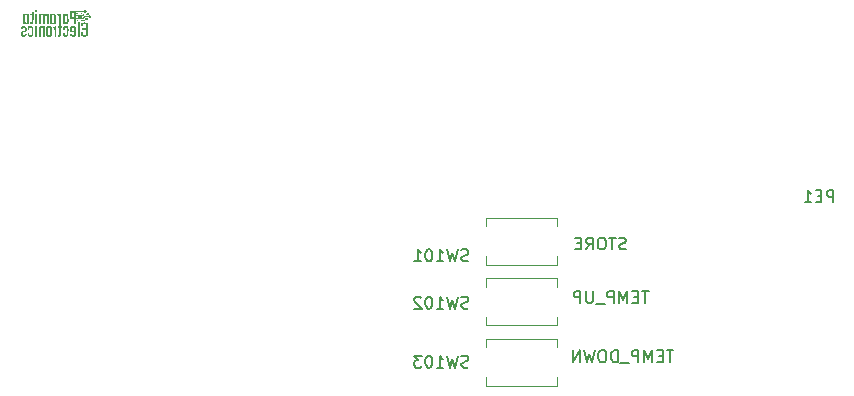
<source format=gbr>
%TF.GenerationSoftware,KiCad,Pcbnew,7.0.6-7.0.6~ubuntu22.04.1*%
%TF.CreationDate,2023-09-01T17:27:27+01:00*%
%TF.ProjectId,tec-controller,7465632d-636f-46e7-9472-6f6c6c65722e,rev?*%
%TF.SameCoordinates,Original*%
%TF.FileFunction,Legend,Bot*%
%TF.FilePolarity,Positive*%
%FSLAX46Y46*%
G04 Gerber Fmt 4.6, Leading zero omitted, Abs format (unit mm)*
G04 Created by KiCad (PCBNEW 7.0.6-7.0.6~ubuntu22.04.1) date 2023-09-01 17:27:27*
%MOMM*%
%LPD*%
G01*
G04 APERTURE LIST*
%ADD10C,0.150000*%
%ADD11C,0.120000*%
G04 APERTURE END LIST*
D10*
X189190475Y-99954819D02*
X189190475Y-98954819D01*
X189190475Y-98954819D02*
X188809523Y-98954819D01*
X188809523Y-98954819D02*
X188714285Y-99002438D01*
X188714285Y-99002438D02*
X188666666Y-99050057D01*
X188666666Y-99050057D02*
X188619047Y-99145295D01*
X188619047Y-99145295D02*
X188619047Y-99288152D01*
X188619047Y-99288152D02*
X188666666Y-99383390D01*
X188666666Y-99383390D02*
X188714285Y-99431009D01*
X188714285Y-99431009D02*
X188809523Y-99478628D01*
X188809523Y-99478628D02*
X189190475Y-99478628D01*
X188190475Y-99431009D02*
X187857142Y-99431009D01*
X187714285Y-99954819D02*
X188190475Y-99954819D01*
X188190475Y-99954819D02*
X188190475Y-98954819D01*
X188190475Y-98954819D02*
X187714285Y-98954819D01*
X186761904Y-99954819D02*
X187333332Y-99954819D01*
X187047618Y-99954819D02*
X187047618Y-98954819D01*
X187047618Y-98954819D02*
X187142856Y-99097676D01*
X187142856Y-99097676D02*
X187238094Y-99192914D01*
X187238094Y-99192914D02*
X187333332Y-99240533D01*
X158285713Y-113907200D02*
X158142856Y-113954819D01*
X158142856Y-113954819D02*
X157904761Y-113954819D01*
X157904761Y-113954819D02*
X157809523Y-113907200D01*
X157809523Y-113907200D02*
X157761904Y-113859580D01*
X157761904Y-113859580D02*
X157714285Y-113764342D01*
X157714285Y-113764342D02*
X157714285Y-113669104D01*
X157714285Y-113669104D02*
X157761904Y-113573866D01*
X157761904Y-113573866D02*
X157809523Y-113526247D01*
X157809523Y-113526247D02*
X157904761Y-113478628D01*
X157904761Y-113478628D02*
X158095237Y-113431009D01*
X158095237Y-113431009D02*
X158190475Y-113383390D01*
X158190475Y-113383390D02*
X158238094Y-113335771D01*
X158238094Y-113335771D02*
X158285713Y-113240533D01*
X158285713Y-113240533D02*
X158285713Y-113145295D01*
X158285713Y-113145295D02*
X158238094Y-113050057D01*
X158238094Y-113050057D02*
X158190475Y-113002438D01*
X158190475Y-113002438D02*
X158095237Y-112954819D01*
X158095237Y-112954819D02*
X157857142Y-112954819D01*
X157857142Y-112954819D02*
X157714285Y-113002438D01*
X157380951Y-112954819D02*
X157142856Y-113954819D01*
X157142856Y-113954819D02*
X156952380Y-113240533D01*
X156952380Y-113240533D02*
X156761904Y-113954819D01*
X156761904Y-113954819D02*
X156523809Y-112954819D01*
X155619047Y-113954819D02*
X156190475Y-113954819D01*
X155904761Y-113954819D02*
X155904761Y-112954819D01*
X155904761Y-112954819D02*
X155999999Y-113097676D01*
X155999999Y-113097676D02*
X156095237Y-113192914D01*
X156095237Y-113192914D02*
X156190475Y-113240533D01*
X154999999Y-112954819D02*
X154904761Y-112954819D01*
X154904761Y-112954819D02*
X154809523Y-113002438D01*
X154809523Y-113002438D02*
X154761904Y-113050057D01*
X154761904Y-113050057D02*
X154714285Y-113145295D01*
X154714285Y-113145295D02*
X154666666Y-113335771D01*
X154666666Y-113335771D02*
X154666666Y-113573866D01*
X154666666Y-113573866D02*
X154714285Y-113764342D01*
X154714285Y-113764342D02*
X154761904Y-113859580D01*
X154761904Y-113859580D02*
X154809523Y-113907200D01*
X154809523Y-113907200D02*
X154904761Y-113954819D01*
X154904761Y-113954819D02*
X154999999Y-113954819D01*
X154999999Y-113954819D02*
X155095237Y-113907200D01*
X155095237Y-113907200D02*
X155142856Y-113859580D01*
X155142856Y-113859580D02*
X155190475Y-113764342D01*
X155190475Y-113764342D02*
X155238094Y-113573866D01*
X155238094Y-113573866D02*
X155238094Y-113335771D01*
X155238094Y-113335771D02*
X155190475Y-113145295D01*
X155190475Y-113145295D02*
X155142856Y-113050057D01*
X155142856Y-113050057D02*
X155095237Y-113002438D01*
X155095237Y-113002438D02*
X154999999Y-112954819D01*
X154333332Y-112954819D02*
X153714285Y-112954819D01*
X153714285Y-112954819D02*
X154047618Y-113335771D01*
X154047618Y-113335771D02*
X153904761Y-113335771D01*
X153904761Y-113335771D02*
X153809523Y-113383390D01*
X153809523Y-113383390D02*
X153761904Y-113431009D01*
X153761904Y-113431009D02*
X153714285Y-113526247D01*
X153714285Y-113526247D02*
X153714285Y-113764342D01*
X153714285Y-113764342D02*
X153761904Y-113859580D01*
X153761904Y-113859580D02*
X153809523Y-113907200D01*
X153809523Y-113907200D02*
X153904761Y-113954819D01*
X153904761Y-113954819D02*
X154190475Y-113954819D01*
X154190475Y-113954819D02*
X154285713Y-113907200D01*
X154285713Y-113907200D02*
X154333332Y-113859580D01*
X175644523Y-112489819D02*
X175073095Y-112489819D01*
X175358809Y-113489819D02*
X175358809Y-112489819D01*
X174739761Y-112966009D02*
X174406428Y-112966009D01*
X174263571Y-113489819D02*
X174739761Y-113489819D01*
X174739761Y-113489819D02*
X174739761Y-112489819D01*
X174739761Y-112489819D02*
X174263571Y-112489819D01*
X173834999Y-113489819D02*
X173834999Y-112489819D01*
X173834999Y-112489819D02*
X173501666Y-113204104D01*
X173501666Y-113204104D02*
X173168333Y-112489819D01*
X173168333Y-112489819D02*
X173168333Y-113489819D01*
X172692142Y-113489819D02*
X172692142Y-112489819D01*
X172692142Y-112489819D02*
X172311190Y-112489819D01*
X172311190Y-112489819D02*
X172215952Y-112537438D01*
X172215952Y-112537438D02*
X172168333Y-112585057D01*
X172168333Y-112585057D02*
X172120714Y-112680295D01*
X172120714Y-112680295D02*
X172120714Y-112823152D01*
X172120714Y-112823152D02*
X172168333Y-112918390D01*
X172168333Y-112918390D02*
X172215952Y-112966009D01*
X172215952Y-112966009D02*
X172311190Y-113013628D01*
X172311190Y-113013628D02*
X172692142Y-113013628D01*
X171930238Y-113585057D02*
X171168333Y-113585057D01*
X170930237Y-113489819D02*
X170930237Y-112489819D01*
X170930237Y-112489819D02*
X170692142Y-112489819D01*
X170692142Y-112489819D02*
X170549285Y-112537438D01*
X170549285Y-112537438D02*
X170454047Y-112632676D01*
X170454047Y-112632676D02*
X170406428Y-112727914D01*
X170406428Y-112727914D02*
X170358809Y-112918390D01*
X170358809Y-112918390D02*
X170358809Y-113061247D01*
X170358809Y-113061247D02*
X170406428Y-113251723D01*
X170406428Y-113251723D02*
X170454047Y-113346961D01*
X170454047Y-113346961D02*
X170549285Y-113442200D01*
X170549285Y-113442200D02*
X170692142Y-113489819D01*
X170692142Y-113489819D02*
X170930237Y-113489819D01*
X169739761Y-112489819D02*
X169549285Y-112489819D01*
X169549285Y-112489819D02*
X169454047Y-112537438D01*
X169454047Y-112537438D02*
X169358809Y-112632676D01*
X169358809Y-112632676D02*
X169311190Y-112823152D01*
X169311190Y-112823152D02*
X169311190Y-113156485D01*
X169311190Y-113156485D02*
X169358809Y-113346961D01*
X169358809Y-113346961D02*
X169454047Y-113442200D01*
X169454047Y-113442200D02*
X169549285Y-113489819D01*
X169549285Y-113489819D02*
X169739761Y-113489819D01*
X169739761Y-113489819D02*
X169834999Y-113442200D01*
X169834999Y-113442200D02*
X169930237Y-113346961D01*
X169930237Y-113346961D02*
X169977856Y-113156485D01*
X169977856Y-113156485D02*
X169977856Y-112823152D01*
X169977856Y-112823152D02*
X169930237Y-112632676D01*
X169930237Y-112632676D02*
X169834999Y-112537438D01*
X169834999Y-112537438D02*
X169739761Y-112489819D01*
X168977856Y-112489819D02*
X168739761Y-113489819D01*
X168739761Y-113489819D02*
X168549285Y-112775533D01*
X168549285Y-112775533D02*
X168358809Y-113489819D01*
X168358809Y-113489819D02*
X168120714Y-112489819D01*
X167739761Y-113489819D02*
X167739761Y-112489819D01*
X167739761Y-112489819D02*
X167168333Y-113489819D01*
X167168333Y-113489819D02*
X167168333Y-112489819D01*
X158285713Y-108907200D02*
X158142856Y-108954819D01*
X158142856Y-108954819D02*
X157904761Y-108954819D01*
X157904761Y-108954819D02*
X157809523Y-108907200D01*
X157809523Y-108907200D02*
X157761904Y-108859580D01*
X157761904Y-108859580D02*
X157714285Y-108764342D01*
X157714285Y-108764342D02*
X157714285Y-108669104D01*
X157714285Y-108669104D02*
X157761904Y-108573866D01*
X157761904Y-108573866D02*
X157809523Y-108526247D01*
X157809523Y-108526247D02*
X157904761Y-108478628D01*
X157904761Y-108478628D02*
X158095237Y-108431009D01*
X158095237Y-108431009D02*
X158190475Y-108383390D01*
X158190475Y-108383390D02*
X158238094Y-108335771D01*
X158238094Y-108335771D02*
X158285713Y-108240533D01*
X158285713Y-108240533D02*
X158285713Y-108145295D01*
X158285713Y-108145295D02*
X158238094Y-108050057D01*
X158238094Y-108050057D02*
X158190475Y-108002438D01*
X158190475Y-108002438D02*
X158095237Y-107954819D01*
X158095237Y-107954819D02*
X157857142Y-107954819D01*
X157857142Y-107954819D02*
X157714285Y-108002438D01*
X157380951Y-107954819D02*
X157142856Y-108954819D01*
X157142856Y-108954819D02*
X156952380Y-108240533D01*
X156952380Y-108240533D02*
X156761904Y-108954819D01*
X156761904Y-108954819D02*
X156523809Y-107954819D01*
X155619047Y-108954819D02*
X156190475Y-108954819D01*
X155904761Y-108954819D02*
X155904761Y-107954819D01*
X155904761Y-107954819D02*
X155999999Y-108097676D01*
X155999999Y-108097676D02*
X156095237Y-108192914D01*
X156095237Y-108192914D02*
X156190475Y-108240533D01*
X154999999Y-107954819D02*
X154904761Y-107954819D01*
X154904761Y-107954819D02*
X154809523Y-108002438D01*
X154809523Y-108002438D02*
X154761904Y-108050057D01*
X154761904Y-108050057D02*
X154714285Y-108145295D01*
X154714285Y-108145295D02*
X154666666Y-108335771D01*
X154666666Y-108335771D02*
X154666666Y-108573866D01*
X154666666Y-108573866D02*
X154714285Y-108764342D01*
X154714285Y-108764342D02*
X154761904Y-108859580D01*
X154761904Y-108859580D02*
X154809523Y-108907200D01*
X154809523Y-108907200D02*
X154904761Y-108954819D01*
X154904761Y-108954819D02*
X154999999Y-108954819D01*
X154999999Y-108954819D02*
X155095237Y-108907200D01*
X155095237Y-108907200D02*
X155142856Y-108859580D01*
X155142856Y-108859580D02*
X155190475Y-108764342D01*
X155190475Y-108764342D02*
X155238094Y-108573866D01*
X155238094Y-108573866D02*
X155238094Y-108335771D01*
X155238094Y-108335771D02*
X155190475Y-108145295D01*
X155190475Y-108145295D02*
X155142856Y-108050057D01*
X155142856Y-108050057D02*
X155095237Y-108002438D01*
X155095237Y-108002438D02*
X154999999Y-107954819D01*
X154285713Y-108050057D02*
X154238094Y-108002438D01*
X154238094Y-108002438D02*
X154142856Y-107954819D01*
X154142856Y-107954819D02*
X153904761Y-107954819D01*
X153904761Y-107954819D02*
X153809523Y-108002438D01*
X153809523Y-108002438D02*
X153761904Y-108050057D01*
X153761904Y-108050057D02*
X153714285Y-108145295D01*
X153714285Y-108145295D02*
X153714285Y-108240533D01*
X153714285Y-108240533D02*
X153761904Y-108383390D01*
X153761904Y-108383390D02*
X154333332Y-108954819D01*
X154333332Y-108954819D02*
X153714285Y-108954819D01*
X173549285Y-107489819D02*
X172977857Y-107489819D01*
X173263571Y-108489819D02*
X173263571Y-107489819D01*
X172644523Y-107966009D02*
X172311190Y-107966009D01*
X172168333Y-108489819D02*
X172644523Y-108489819D01*
X172644523Y-108489819D02*
X172644523Y-107489819D01*
X172644523Y-107489819D02*
X172168333Y-107489819D01*
X171739761Y-108489819D02*
X171739761Y-107489819D01*
X171739761Y-107489819D02*
X171406428Y-108204104D01*
X171406428Y-108204104D02*
X171073095Y-107489819D01*
X171073095Y-107489819D02*
X171073095Y-108489819D01*
X170596904Y-108489819D02*
X170596904Y-107489819D01*
X170596904Y-107489819D02*
X170215952Y-107489819D01*
X170215952Y-107489819D02*
X170120714Y-107537438D01*
X170120714Y-107537438D02*
X170073095Y-107585057D01*
X170073095Y-107585057D02*
X170025476Y-107680295D01*
X170025476Y-107680295D02*
X170025476Y-107823152D01*
X170025476Y-107823152D02*
X170073095Y-107918390D01*
X170073095Y-107918390D02*
X170120714Y-107966009D01*
X170120714Y-107966009D02*
X170215952Y-108013628D01*
X170215952Y-108013628D02*
X170596904Y-108013628D01*
X169835000Y-108585057D02*
X169073095Y-108585057D01*
X168834999Y-107489819D02*
X168834999Y-108299342D01*
X168834999Y-108299342D02*
X168787380Y-108394580D01*
X168787380Y-108394580D02*
X168739761Y-108442200D01*
X168739761Y-108442200D02*
X168644523Y-108489819D01*
X168644523Y-108489819D02*
X168454047Y-108489819D01*
X168454047Y-108489819D02*
X168358809Y-108442200D01*
X168358809Y-108442200D02*
X168311190Y-108394580D01*
X168311190Y-108394580D02*
X168263571Y-108299342D01*
X168263571Y-108299342D02*
X168263571Y-107489819D01*
X167787380Y-108489819D02*
X167787380Y-107489819D01*
X167787380Y-107489819D02*
X167406428Y-107489819D01*
X167406428Y-107489819D02*
X167311190Y-107537438D01*
X167311190Y-107537438D02*
X167263571Y-107585057D01*
X167263571Y-107585057D02*
X167215952Y-107680295D01*
X167215952Y-107680295D02*
X167215952Y-107823152D01*
X167215952Y-107823152D02*
X167263571Y-107918390D01*
X167263571Y-107918390D02*
X167311190Y-107966009D01*
X167311190Y-107966009D02*
X167406428Y-108013628D01*
X167406428Y-108013628D02*
X167787380Y-108013628D01*
X158285713Y-104907200D02*
X158142856Y-104954819D01*
X158142856Y-104954819D02*
X157904761Y-104954819D01*
X157904761Y-104954819D02*
X157809523Y-104907200D01*
X157809523Y-104907200D02*
X157761904Y-104859580D01*
X157761904Y-104859580D02*
X157714285Y-104764342D01*
X157714285Y-104764342D02*
X157714285Y-104669104D01*
X157714285Y-104669104D02*
X157761904Y-104573866D01*
X157761904Y-104573866D02*
X157809523Y-104526247D01*
X157809523Y-104526247D02*
X157904761Y-104478628D01*
X157904761Y-104478628D02*
X158095237Y-104431009D01*
X158095237Y-104431009D02*
X158190475Y-104383390D01*
X158190475Y-104383390D02*
X158238094Y-104335771D01*
X158238094Y-104335771D02*
X158285713Y-104240533D01*
X158285713Y-104240533D02*
X158285713Y-104145295D01*
X158285713Y-104145295D02*
X158238094Y-104050057D01*
X158238094Y-104050057D02*
X158190475Y-104002438D01*
X158190475Y-104002438D02*
X158095237Y-103954819D01*
X158095237Y-103954819D02*
X157857142Y-103954819D01*
X157857142Y-103954819D02*
X157714285Y-104002438D01*
X157380951Y-103954819D02*
X157142856Y-104954819D01*
X157142856Y-104954819D02*
X156952380Y-104240533D01*
X156952380Y-104240533D02*
X156761904Y-104954819D01*
X156761904Y-104954819D02*
X156523809Y-103954819D01*
X155619047Y-104954819D02*
X156190475Y-104954819D01*
X155904761Y-104954819D02*
X155904761Y-103954819D01*
X155904761Y-103954819D02*
X155999999Y-104097676D01*
X155999999Y-104097676D02*
X156095237Y-104192914D01*
X156095237Y-104192914D02*
X156190475Y-104240533D01*
X154999999Y-103954819D02*
X154904761Y-103954819D01*
X154904761Y-103954819D02*
X154809523Y-104002438D01*
X154809523Y-104002438D02*
X154761904Y-104050057D01*
X154761904Y-104050057D02*
X154714285Y-104145295D01*
X154714285Y-104145295D02*
X154666666Y-104335771D01*
X154666666Y-104335771D02*
X154666666Y-104573866D01*
X154666666Y-104573866D02*
X154714285Y-104764342D01*
X154714285Y-104764342D02*
X154761904Y-104859580D01*
X154761904Y-104859580D02*
X154809523Y-104907200D01*
X154809523Y-104907200D02*
X154904761Y-104954819D01*
X154904761Y-104954819D02*
X154999999Y-104954819D01*
X154999999Y-104954819D02*
X155095237Y-104907200D01*
X155095237Y-104907200D02*
X155142856Y-104859580D01*
X155142856Y-104859580D02*
X155190475Y-104764342D01*
X155190475Y-104764342D02*
X155238094Y-104573866D01*
X155238094Y-104573866D02*
X155238094Y-104335771D01*
X155238094Y-104335771D02*
X155190475Y-104145295D01*
X155190475Y-104145295D02*
X155142856Y-104050057D01*
X155142856Y-104050057D02*
X155095237Y-104002438D01*
X155095237Y-104002438D02*
X154999999Y-103954819D01*
X153714285Y-104954819D02*
X154285713Y-104954819D01*
X153999999Y-104954819D02*
X153999999Y-103954819D01*
X153999999Y-103954819D02*
X154095237Y-104097676D01*
X154095237Y-104097676D02*
X154190475Y-104192914D01*
X154190475Y-104192914D02*
X154285713Y-104240533D01*
X171642856Y-103907200D02*
X171499999Y-103954819D01*
X171499999Y-103954819D02*
X171261904Y-103954819D01*
X171261904Y-103954819D02*
X171166666Y-103907200D01*
X171166666Y-103907200D02*
X171119047Y-103859580D01*
X171119047Y-103859580D02*
X171071428Y-103764342D01*
X171071428Y-103764342D02*
X171071428Y-103669104D01*
X171071428Y-103669104D02*
X171119047Y-103573866D01*
X171119047Y-103573866D02*
X171166666Y-103526247D01*
X171166666Y-103526247D02*
X171261904Y-103478628D01*
X171261904Y-103478628D02*
X171452380Y-103431009D01*
X171452380Y-103431009D02*
X171547618Y-103383390D01*
X171547618Y-103383390D02*
X171595237Y-103335771D01*
X171595237Y-103335771D02*
X171642856Y-103240533D01*
X171642856Y-103240533D02*
X171642856Y-103145295D01*
X171642856Y-103145295D02*
X171595237Y-103050057D01*
X171595237Y-103050057D02*
X171547618Y-103002438D01*
X171547618Y-103002438D02*
X171452380Y-102954819D01*
X171452380Y-102954819D02*
X171214285Y-102954819D01*
X171214285Y-102954819D02*
X171071428Y-103002438D01*
X170785713Y-102954819D02*
X170214285Y-102954819D01*
X170499999Y-103954819D02*
X170499999Y-102954819D01*
X169690475Y-102954819D02*
X169499999Y-102954819D01*
X169499999Y-102954819D02*
X169404761Y-103002438D01*
X169404761Y-103002438D02*
X169309523Y-103097676D01*
X169309523Y-103097676D02*
X169261904Y-103288152D01*
X169261904Y-103288152D02*
X169261904Y-103621485D01*
X169261904Y-103621485D02*
X169309523Y-103811961D01*
X169309523Y-103811961D02*
X169404761Y-103907200D01*
X169404761Y-103907200D02*
X169499999Y-103954819D01*
X169499999Y-103954819D02*
X169690475Y-103954819D01*
X169690475Y-103954819D02*
X169785713Y-103907200D01*
X169785713Y-103907200D02*
X169880951Y-103811961D01*
X169880951Y-103811961D02*
X169928570Y-103621485D01*
X169928570Y-103621485D02*
X169928570Y-103288152D01*
X169928570Y-103288152D02*
X169880951Y-103097676D01*
X169880951Y-103097676D02*
X169785713Y-103002438D01*
X169785713Y-103002438D02*
X169690475Y-102954819D01*
X168261904Y-103954819D02*
X168595237Y-103478628D01*
X168833332Y-103954819D02*
X168833332Y-102954819D01*
X168833332Y-102954819D02*
X168452380Y-102954819D01*
X168452380Y-102954819D02*
X168357142Y-103002438D01*
X168357142Y-103002438D02*
X168309523Y-103050057D01*
X168309523Y-103050057D02*
X168261904Y-103145295D01*
X168261904Y-103145295D02*
X168261904Y-103288152D01*
X168261904Y-103288152D02*
X168309523Y-103383390D01*
X168309523Y-103383390D02*
X168357142Y-103431009D01*
X168357142Y-103431009D02*
X168452380Y-103478628D01*
X168452380Y-103478628D02*
X168833332Y-103478628D01*
X167833332Y-103431009D02*
X167499999Y-103431009D01*
X167357142Y-103954819D02*
X167833332Y-103954819D01*
X167833332Y-103954819D02*
X167833332Y-102954819D01*
X167833332Y-102954819D02*
X167357142Y-102954819D01*
D11*
%TO.C,SW103*%
X165825596Y-115500000D02*
X165825596Y-114770000D01*
X165825596Y-112230000D02*
X165825596Y-111500000D01*
X165825596Y-111500000D02*
X159825596Y-111500000D01*
X159825596Y-115500000D02*
X165825596Y-115500000D01*
X159825596Y-114770000D02*
X159825596Y-115500000D01*
X159825596Y-111500000D02*
X159825596Y-112230000D01*
%TO.C,SW102*%
X165825596Y-110380000D02*
X165825596Y-109650000D01*
X165825596Y-107110000D02*
X165825596Y-106380000D01*
X165825596Y-106380000D02*
X159825596Y-106380000D01*
X159825596Y-110380000D02*
X165825596Y-110380000D01*
X159825596Y-109650000D02*
X159825596Y-110380000D01*
X159825596Y-106380000D02*
X159825596Y-107110000D01*
%TO.C,G2*%
G36*
X125379114Y-85925057D02*
G01*
X125214873Y-85925057D01*
X125214873Y-84734303D01*
X125379114Y-84734303D01*
X125379114Y-85925057D01*
G37*
G36*
X121782218Y-85925057D02*
G01*
X121617976Y-85925057D01*
X121617976Y-85054575D01*
X121782218Y-85054575D01*
X121782218Y-85925057D01*
G37*
G36*
X121782218Y-84874504D02*
G01*
X121702150Y-84872153D01*
X121622082Y-84869803D01*
X121619957Y-84436615D01*
X121617831Y-84003427D01*
X121782218Y-84003427D01*
X121782218Y-84874504D01*
G37*
G36*
X121702150Y-83676709D02*
G01*
X121786324Y-83679050D01*
X121788732Y-83748166D01*
X121789050Y-83758863D01*
X121789340Y-83790683D01*
X121788601Y-83815348D01*
X121786936Y-83828234D01*
X121782488Y-83832549D01*
X121767850Y-83836420D01*
X121741201Y-83838540D01*
X121700355Y-83839185D01*
X121617976Y-83839185D01*
X121617976Y-83674370D01*
X121702150Y-83676709D01*
G37*
G36*
X123162522Y-85062112D02*
G01*
X123204150Y-85082925D01*
X123236596Y-85114518D01*
X123260395Y-85147372D01*
X123260395Y-85054575D01*
X123424637Y-85054575D01*
X123424637Y-85925057D01*
X123260395Y-85925057D01*
X123259931Y-85606838D01*
X123259745Y-85541787D01*
X123259151Y-85459922D01*
X123258155Y-85393129D01*
X123256732Y-85340606D01*
X123254859Y-85301551D01*
X123252511Y-85275165D01*
X123249666Y-85260646D01*
X123241559Y-85242682D01*
X123219661Y-85218006D01*
X123186879Y-85202728D01*
X123141231Y-85195660D01*
X123087941Y-85192267D01*
X123087941Y-85054575D01*
X123116711Y-85054575D01*
X123162522Y-85062112D01*
G37*
G36*
X121478371Y-84003427D02*
G01*
X121560492Y-84003427D01*
X121560492Y-84134821D01*
X121478371Y-84134821D01*
X121478325Y-84436615D01*
X121478302Y-84461019D01*
X121477908Y-84542734D01*
X121477051Y-84613905D01*
X121475762Y-84673357D01*
X121474071Y-84719914D01*
X121472008Y-84752401D01*
X121469606Y-84769642D01*
X121469541Y-84769876D01*
X121449954Y-84811419D01*
X121418061Y-84842645D01*
X121375444Y-84862004D01*
X121372241Y-84862820D01*
X121342024Y-84867777D01*
X121303787Y-84870863D01*
X121264856Y-84871451D01*
X121195054Y-84869803D01*
X121192669Y-84802053D01*
X121190283Y-84734303D01*
X121239302Y-84734303D01*
X121245198Y-84734333D01*
X121263275Y-84734470D01*
X121277890Y-84733495D01*
X121289409Y-84729875D01*
X121298198Y-84722081D01*
X121304626Y-84708581D01*
X121309058Y-84687843D01*
X121311862Y-84658338D01*
X121313404Y-84618533D01*
X121314051Y-84566899D01*
X121314171Y-84501904D01*
X121314129Y-84422017D01*
X121314129Y-84135540D01*
X121254591Y-84133127D01*
X121195054Y-84130715D01*
X121192655Y-84067071D01*
X121190257Y-84003427D01*
X121314129Y-84003427D01*
X121314129Y-83855610D01*
X121478371Y-83855610D01*
X121478371Y-84003427D01*
G37*
G36*
X122430974Y-85925057D02*
G01*
X122266732Y-85925057D01*
X122266732Y-85211536D01*
X122248480Y-85198752D01*
X122244796Y-85196510D01*
X122218248Y-85188673D01*
X122178677Y-85185968D01*
X122165396Y-85185821D01*
X122147972Y-85185661D01*
X122133641Y-85186796D01*
X122122103Y-85190601D01*
X122113055Y-85198452D01*
X122106198Y-85211725D01*
X122101231Y-85231793D01*
X122097854Y-85260033D01*
X122095764Y-85297820D01*
X122094663Y-85346528D01*
X122094248Y-85407533D01*
X122094220Y-85482211D01*
X122094278Y-85571937D01*
X122094278Y-85925057D01*
X121938248Y-85925057D01*
X121938248Y-85542382D01*
X121938249Y-85482462D01*
X121938332Y-85397963D01*
X121938675Y-85327559D01*
X121939460Y-85269808D01*
X121940870Y-85223270D01*
X121943087Y-85186506D01*
X121946293Y-85158075D01*
X121950669Y-85136537D01*
X121956398Y-85120453D01*
X121963662Y-85108381D01*
X121972643Y-85098883D01*
X121983524Y-85090517D01*
X121996486Y-85081844D01*
X122003058Y-85077717D01*
X122025694Y-85067281D01*
X122053760Y-85060796D01*
X122092734Y-85056837D01*
X122102781Y-85056197D01*
X122151809Y-85055173D01*
X122189025Y-85059103D01*
X122217886Y-85068623D01*
X122241854Y-85084374D01*
X122266732Y-85105307D01*
X122266732Y-85054575D01*
X122430974Y-85054575D01*
X122430974Y-85925057D01*
G37*
G36*
X123502804Y-84003435D02*
G01*
X123548773Y-84010696D01*
X123587181Y-84032113D01*
X123619478Y-84068481D01*
X123638151Y-84096189D01*
X123638151Y-84003427D01*
X123802393Y-84003427D01*
X123802393Y-85053675D01*
X123841400Y-85056178D01*
X123880408Y-85058681D01*
X123882806Y-85122325D01*
X123885205Y-85185968D01*
X123802393Y-85185968D01*
X123802197Y-85483657D01*
X123801986Y-85547341D01*
X123801398Y-85613531D01*
X123800482Y-85673791D01*
X123799289Y-85726022D01*
X123797867Y-85768127D01*
X123796264Y-85798005D01*
X123794530Y-85813558D01*
X123782551Y-85847935D01*
X123757986Y-85880863D01*
X123720104Y-85906579D01*
X123712118Y-85910482D01*
X123692540Y-85917910D01*
X123670287Y-85922347D01*
X123640784Y-85924496D01*
X123599457Y-85925057D01*
X123514970Y-85925057D01*
X123514970Y-85785451D01*
X123568059Y-85785451D01*
X123585262Y-85785256D01*
X123608696Y-85783332D01*
X123622095Y-85778463D01*
X123629650Y-85769567D01*
X123629741Y-85769388D01*
X123632216Y-85755763D01*
X123634292Y-85726547D01*
X123635946Y-85682543D01*
X123637156Y-85624553D01*
X123637898Y-85553380D01*
X123638151Y-85469825D01*
X123638151Y-85185968D01*
X123514970Y-85185968D01*
X123514970Y-85054575D01*
X123638151Y-85054575D01*
X123638105Y-84650129D01*
X123638047Y-84597829D01*
X123637688Y-84509924D01*
X123637023Y-84431120D01*
X123636075Y-84362638D01*
X123634865Y-84305698D01*
X123633419Y-84261520D01*
X123631758Y-84231324D01*
X123629906Y-84216332D01*
X123617342Y-84185846D01*
X123596284Y-84163313D01*
X123564860Y-84149617D01*
X123520496Y-84143033D01*
X123461591Y-84138927D01*
X123456821Y-84003427D01*
X123501105Y-84003427D01*
X123502804Y-84003435D01*
G37*
G36*
X125590111Y-84265897D02*
G01*
X125586156Y-84297805D01*
X125570050Y-84324813D01*
X125543356Y-84342509D01*
X125539249Y-84343490D01*
X125519003Y-84345462D01*
X125487240Y-84346787D01*
X125447449Y-84347491D01*
X125403121Y-84347602D01*
X125357743Y-84347146D01*
X125314807Y-84346148D01*
X125277801Y-84344636D01*
X125250216Y-84342637D01*
X125235540Y-84340175D01*
X125222600Y-84332593D01*
X125205030Y-84310062D01*
X125196215Y-84280629D01*
X125197071Y-84268755D01*
X125257762Y-84268755D01*
X125262666Y-84286778D01*
X125265032Y-84291781D01*
X125269594Y-84298304D01*
X125277144Y-84302678D01*
X125290369Y-84305333D01*
X125311956Y-84306698D01*
X125344593Y-84307202D01*
X125390968Y-84307275D01*
X125391339Y-84307275D01*
X125438011Y-84307108D01*
X125470940Y-84306392D01*
X125492785Y-84304793D01*
X125506208Y-84301981D01*
X125513870Y-84297624D01*
X125518431Y-84291390D01*
X125524266Y-84278768D01*
X125525307Y-84262056D01*
X125514027Y-84246270D01*
X125506923Y-84241418D01*
X125493387Y-84237466D01*
X125471542Y-84234998D01*
X125438686Y-84233726D01*
X125392119Y-84233366D01*
X125361987Y-84233442D01*
X125326048Y-84234047D01*
X125301673Y-84235593D01*
X125285892Y-84238475D01*
X125275732Y-84243087D01*
X125268221Y-84249823D01*
X125264749Y-84253850D01*
X125257762Y-84268755D01*
X125197071Y-84268755D01*
X125198435Y-84249838D01*
X125201831Y-84238906D01*
X125208040Y-84225462D01*
X125217388Y-84215635D01*
X125232090Y-84208855D01*
X125254359Y-84204549D01*
X125286409Y-84202149D01*
X125330454Y-84201082D01*
X125388708Y-84200779D01*
X125436639Y-84200948D01*
X125480977Y-84201597D01*
X125517432Y-84202648D01*
X125543157Y-84204016D01*
X125555307Y-84205619D01*
X125555805Y-84205823D01*
X125568755Y-84216824D01*
X125581341Y-84235359D01*
X125589008Y-84262056D01*
X125590111Y-84265897D01*
G37*
G36*
X123371368Y-84730399D02*
G01*
X123369230Y-84757327D01*
X123366481Y-84773425D01*
X123359477Y-84791459D01*
X123337961Y-84823047D01*
X123309423Y-84848262D01*
X123278721Y-84862190D01*
X123261730Y-84866171D01*
X123248077Y-84869873D01*
X123246746Y-84870272D01*
X123226878Y-84872744D01*
X123197302Y-84873242D01*
X123163937Y-84871977D01*
X123132702Y-84869155D01*
X123109516Y-84864987D01*
X123106091Y-84863950D01*
X123079544Y-84851511D01*
X123058191Y-84835091D01*
X123038668Y-84814026D01*
X123038668Y-84874504D01*
X122958600Y-84872153D01*
X122878533Y-84869803D01*
X122876423Y-84439975D01*
X123038789Y-84439975D01*
X123038812Y-84512511D01*
X123039022Y-84570435D01*
X123039517Y-84615554D01*
X123040395Y-84649674D01*
X123041756Y-84674604D01*
X123043698Y-84692150D01*
X123046320Y-84704120D01*
X123049719Y-84712322D01*
X123053995Y-84718563D01*
X123058201Y-84723312D01*
X123071239Y-84732395D01*
X123090769Y-84737411D01*
X123121745Y-84739920D01*
X123147143Y-84740171D01*
X123174768Y-84738289D01*
X123192645Y-84734485D01*
X123211122Y-84726621D01*
X123211122Y-84439938D01*
X123211119Y-84422958D01*
X123210975Y-84347606D01*
X123210578Y-84286850D01*
X123209870Y-84239171D01*
X123208792Y-84203047D01*
X123207283Y-84176957D01*
X123205284Y-84159380D01*
X123202737Y-84148794D01*
X123199583Y-84143679D01*
X123188621Y-84139406D01*
X123162114Y-84136462D01*
X123123835Y-84136514D01*
X123108753Y-84137134D01*
X123081627Y-84139090D01*
X123065324Y-84142646D01*
X123055864Y-84149027D01*
X123049269Y-84159457D01*
X123047235Y-84165316D01*
X123044486Y-84181883D01*
X123042339Y-84208397D01*
X123040744Y-84246152D01*
X123039653Y-84296442D01*
X123039018Y-84360564D01*
X123038789Y-84439811D01*
X123038789Y-84439975D01*
X122876423Y-84439975D01*
X122874281Y-84003427D01*
X123038668Y-84003427D01*
X123038668Y-84033997D01*
X123038683Y-84041485D01*
X123039516Y-84056331D01*
X123043107Y-84057278D01*
X123051485Y-84046268D01*
X123057046Y-84038992D01*
X123076510Y-84021986D01*
X123102842Y-84011033D01*
X123139126Y-84005168D01*
X123188444Y-84003427D01*
X123199501Y-84003523D01*
X123255641Y-84008090D01*
X123298937Y-84020042D01*
X123331302Y-84040135D01*
X123354646Y-84069124D01*
X123355683Y-84070944D01*
X123359717Y-84079055D01*
X123363014Y-84088653D01*
X123365665Y-84101398D01*
X123367760Y-84118950D01*
X123369389Y-84142968D01*
X123370645Y-84175112D01*
X123371617Y-84217041D01*
X123372396Y-84270415D01*
X123373073Y-84336894D01*
X123373739Y-84418138D01*
X123374210Y-84495184D01*
X123374317Y-84575033D01*
X123373892Y-84640212D01*
X123372915Y-84691681D01*
X123371519Y-84726621D01*
X123371368Y-84730399D01*
G37*
G36*
X121104830Y-84730399D02*
G01*
X121102692Y-84757327D01*
X121099944Y-84773425D01*
X121092940Y-84791459D01*
X121071424Y-84823047D01*
X121042886Y-84848262D01*
X121012184Y-84862190D01*
X120995193Y-84866171D01*
X120981539Y-84869873D01*
X120980208Y-84870272D01*
X120960341Y-84872744D01*
X120930765Y-84873242D01*
X120897400Y-84871977D01*
X120866165Y-84869155D01*
X120842979Y-84864987D01*
X120839554Y-84863950D01*
X120813007Y-84851511D01*
X120791653Y-84835091D01*
X120772131Y-84814026D01*
X120772131Y-84874504D01*
X120692063Y-84872153D01*
X120611995Y-84869803D01*
X120609886Y-84439975D01*
X120772252Y-84439975D01*
X120772275Y-84512511D01*
X120772485Y-84570435D01*
X120772980Y-84615554D01*
X120773858Y-84649674D01*
X120775219Y-84674604D01*
X120777161Y-84692150D01*
X120779782Y-84704120D01*
X120783182Y-84712322D01*
X120787458Y-84718563D01*
X120791664Y-84723312D01*
X120804701Y-84732395D01*
X120824232Y-84737411D01*
X120855208Y-84739920D01*
X120880605Y-84740171D01*
X120908231Y-84738289D01*
X120926108Y-84734485D01*
X120944585Y-84726621D01*
X120944585Y-84439938D01*
X120944581Y-84422958D01*
X120944437Y-84347606D01*
X120944041Y-84286850D01*
X120943333Y-84239171D01*
X120942254Y-84203047D01*
X120940745Y-84176957D01*
X120938747Y-84159380D01*
X120936200Y-84148794D01*
X120933045Y-84143679D01*
X120922084Y-84139406D01*
X120895577Y-84136462D01*
X120857298Y-84136514D01*
X120842215Y-84137134D01*
X120815090Y-84139090D01*
X120798787Y-84142646D01*
X120789327Y-84149027D01*
X120782731Y-84159457D01*
X120780697Y-84165316D01*
X120777949Y-84181883D01*
X120775802Y-84208397D01*
X120774207Y-84246152D01*
X120773116Y-84296442D01*
X120772480Y-84360564D01*
X120772252Y-84439811D01*
X120772252Y-84439975D01*
X120609886Y-84439975D01*
X120609870Y-84436615D01*
X120607744Y-84003427D01*
X120772131Y-84003427D01*
X120772131Y-84033997D01*
X120772146Y-84041485D01*
X120772978Y-84056331D01*
X120776570Y-84057278D01*
X120784948Y-84046268D01*
X120790509Y-84038992D01*
X120809972Y-84021986D01*
X120836304Y-84011033D01*
X120872588Y-84005168D01*
X120921907Y-84003427D01*
X120932964Y-84003523D01*
X120989104Y-84008090D01*
X121032400Y-84020042D01*
X121064764Y-84040135D01*
X121088109Y-84069124D01*
X121089145Y-84070944D01*
X121093180Y-84079055D01*
X121096477Y-84088653D01*
X121099128Y-84101398D01*
X121101222Y-84118950D01*
X121102852Y-84142968D01*
X121104107Y-84175112D01*
X121105079Y-84217041D01*
X121105858Y-84270415D01*
X121106536Y-84336894D01*
X121107202Y-84418138D01*
X121107672Y-84495184D01*
X121107779Y-84575033D01*
X121107354Y-84640212D01*
X121106378Y-84691681D01*
X121104981Y-84726621D01*
X121104830Y-84730399D01*
G37*
G36*
X121233499Y-85058683D02*
G01*
X121290843Y-85059077D01*
X121334586Y-85060533D01*
X121367326Y-85063585D01*
X121391657Y-85068768D01*
X121410177Y-85076619D01*
X121425480Y-85087672D01*
X121440164Y-85102463D01*
X121444158Y-85107003D01*
X121452662Y-85118242D01*
X121459600Y-85131105D01*
X121465131Y-85147237D01*
X121469417Y-85168282D01*
X121472619Y-85195885D01*
X121474895Y-85231690D01*
X121476407Y-85277341D01*
X121477316Y-85334483D01*
X121477782Y-85404760D01*
X121477965Y-85489816D01*
X121477954Y-85529062D01*
X121477591Y-85607760D01*
X121476788Y-85676699D01*
X121475578Y-85734549D01*
X121473992Y-85779974D01*
X121472062Y-85811644D01*
X121469821Y-85828225D01*
X121465906Y-85839430D01*
X121445812Y-85872251D01*
X121417260Y-85899580D01*
X121385449Y-85916008D01*
X121376586Y-85917660D01*
X121351123Y-85920109D01*
X121314823Y-85922152D01*
X121271129Y-85923613D01*
X121223483Y-85924316D01*
X121200876Y-85924418D01*
X121155662Y-85924327D01*
X121122610Y-85923499D01*
X121098696Y-85921623D01*
X121080891Y-85918385D01*
X121066171Y-85913475D01*
X121051510Y-85906579D01*
X121031247Y-85895397D01*
X121009726Y-85879191D01*
X120995208Y-85859590D01*
X120986204Y-85833345D01*
X120981225Y-85797206D01*
X120978780Y-85747925D01*
X120976020Y-85654058D01*
X121133463Y-85654058D01*
X121133463Y-85707976D01*
X121133593Y-85727685D01*
X121135759Y-85758806D01*
X121142858Y-85778201D01*
X121157758Y-85788633D01*
X121183330Y-85792866D01*
X121222443Y-85793663D01*
X121262242Y-85792483D01*
X121290307Y-85789108D01*
X121304275Y-85783809D01*
X121304316Y-85783765D01*
X121306774Y-85773076D01*
X121308903Y-85748331D01*
X121310695Y-85711858D01*
X121312142Y-85665984D01*
X121313239Y-85613038D01*
X121313976Y-85555348D01*
X121314348Y-85495241D01*
X121314346Y-85435047D01*
X121313964Y-85377092D01*
X121313194Y-85323704D01*
X121312029Y-85277213D01*
X121310462Y-85239945D01*
X121308485Y-85214229D01*
X121306091Y-85202393D01*
X121300774Y-85197498D01*
X121286684Y-85193086D01*
X121261987Y-85190755D01*
X121223796Y-85190074D01*
X121193957Y-85190442D01*
X121166089Y-85192310D01*
X121149566Y-85196150D01*
X121141501Y-85202393D01*
X121141265Y-85202793D01*
X121137434Y-85217539D01*
X121134681Y-85243119D01*
X121133589Y-85274248D01*
X121133463Y-85333786D01*
X120977433Y-85333786D01*
X120977568Y-85245506D01*
X120977578Y-85242288D01*
X120979819Y-85188409D01*
X120986753Y-85147629D01*
X120999533Y-85117143D01*
X121019310Y-85094146D01*
X121047236Y-85075831D01*
X121054391Y-85072273D01*
X121067801Y-85067018D01*
X121083698Y-85063311D01*
X121104870Y-85060888D01*
X121134103Y-85059486D01*
X121174185Y-85058838D01*
X121227902Y-85058681D01*
X121233499Y-85058683D01*
G37*
G36*
X124230532Y-85055800D02*
G01*
X124281132Y-85057962D01*
X124327240Y-85062761D01*
X124361957Y-85070921D01*
X124387955Y-85083396D01*
X124407902Y-85101139D01*
X124424468Y-85125104D01*
X124425282Y-85126519D01*
X124429669Y-85134548D01*
X124433251Y-85142932D01*
X124436098Y-85153278D01*
X124438282Y-85167192D01*
X124439872Y-85186281D01*
X124440938Y-85212153D01*
X124441552Y-85246414D01*
X124441784Y-85290671D01*
X124441704Y-85346531D01*
X124441384Y-85415601D01*
X124440892Y-85499488D01*
X124440781Y-85518276D01*
X124440289Y-85602738D01*
X124439699Y-85672619D01*
X124438740Y-85729453D01*
X124437139Y-85774774D01*
X124434625Y-85810116D01*
X124430923Y-85837014D01*
X124425763Y-85857003D01*
X124418872Y-85871615D01*
X124409977Y-85882386D01*
X124398806Y-85890850D01*
X124385087Y-85898541D01*
X124368546Y-85906994D01*
X124355435Y-85913406D01*
X124342019Y-85918362D01*
X124326329Y-85921666D01*
X124305538Y-85923572D01*
X124276814Y-85924331D01*
X124237330Y-85924196D01*
X124184255Y-85923418D01*
X124163930Y-85923061D01*
X124114988Y-85921912D01*
X124078872Y-85920372D01*
X124052909Y-85918153D01*
X124034423Y-85914964D01*
X124020739Y-85910518D01*
X124009181Y-85904526D01*
X123984390Y-85886418D01*
X123966041Y-85863882D01*
X123953908Y-85834430D01*
X123946724Y-85794951D01*
X123943226Y-85742338D01*
X123940182Y-85654058D01*
X124106240Y-85654058D01*
X124106240Y-85714006D01*
X124107274Y-85743888D01*
X124110729Y-85770122D01*
X124116095Y-85783809D01*
X124119856Y-85786021D01*
X124138189Y-85790130D01*
X124165828Y-85792647D01*
X124197825Y-85793513D01*
X124229231Y-85792670D01*
X124255099Y-85790060D01*
X124270482Y-85785625D01*
X124272546Y-85783688D01*
X124275494Y-85777242D01*
X124277832Y-85765437D01*
X124279628Y-85746693D01*
X124280948Y-85719429D01*
X124281858Y-85682065D01*
X124282426Y-85633019D01*
X124282718Y-85570710D01*
X124282800Y-85493559D01*
X124282819Y-85461591D01*
X124282906Y-85388117D01*
X124282688Y-85328941D01*
X124281713Y-85282526D01*
X124279530Y-85247332D01*
X124275687Y-85221822D01*
X124269732Y-85204457D01*
X124261213Y-85193699D01*
X124249679Y-85188009D01*
X124234678Y-85185850D01*
X124215758Y-85185682D01*
X124192467Y-85185968D01*
X124185513Y-85185986D01*
X124149597Y-85187583D01*
X124126556Y-85193770D01*
X124113366Y-85207370D01*
X124107004Y-85231203D01*
X124104446Y-85268089D01*
X124102134Y-85329680D01*
X124022066Y-85332030D01*
X123941998Y-85334381D01*
X123941998Y-85253703D01*
X123942018Y-85244774D01*
X123942952Y-85206542D01*
X123945833Y-85178958D01*
X123951421Y-85157201D01*
X123960476Y-85136449D01*
X123963531Y-85130589D01*
X123980056Y-85105239D01*
X124000297Y-85085820D01*
X124026349Y-85071707D01*
X124060304Y-85062273D01*
X124104257Y-85056894D01*
X124160302Y-85054945D01*
X124230532Y-85055800D01*
G37*
G36*
X124441913Y-84554547D02*
G01*
X124442082Y-84615376D01*
X124441943Y-84664003D01*
X124441434Y-84702046D01*
X124440496Y-84731121D01*
X124439068Y-84752844D01*
X124437089Y-84768834D01*
X124434499Y-84780705D01*
X124431239Y-84790075D01*
X124427246Y-84798561D01*
X124412559Y-84821894D01*
X124383754Y-84847499D01*
X124343409Y-84864444D01*
X124329974Y-84867495D01*
X124293228Y-84871709D01*
X124251097Y-84872832D01*
X124210742Y-84870814D01*
X124179327Y-84865605D01*
X124177304Y-84865014D01*
X124152861Y-84854155D01*
X124134161Y-84840108D01*
X124118558Y-84822824D01*
X124114389Y-84846313D01*
X124110219Y-84869803D01*
X124030215Y-84872153D01*
X123950211Y-84874504D01*
X123950211Y-84438249D01*
X124114452Y-84438249D01*
X124114494Y-84498189D01*
X124114713Y-84562398D01*
X124115188Y-84613117D01*
X124115993Y-84652001D01*
X124117205Y-84680705D01*
X124118899Y-84700882D01*
X124121151Y-84714188D01*
X124124036Y-84722277D01*
X124127630Y-84726804D01*
X124130439Y-84728659D01*
X124149929Y-84734806D01*
X124178441Y-84738826D01*
X124210141Y-84740371D01*
X124239194Y-84739096D01*
X124259764Y-84734653D01*
X124272711Y-84724152D01*
X124282780Y-84699834D01*
X124283357Y-84694738D01*
X124284394Y-84672966D01*
X124285170Y-84638060D01*
X124285667Y-84592248D01*
X124285864Y-84537760D01*
X124285744Y-84476825D01*
X124285286Y-84411672D01*
X124285197Y-84402406D01*
X124284388Y-84330330D01*
X124283466Y-84272854D01*
X124282339Y-84228338D01*
X124280918Y-84195146D01*
X124279112Y-84171638D01*
X124276830Y-84156179D01*
X124273984Y-84147129D01*
X124270482Y-84142852D01*
X124256633Y-84138118D01*
X124230513Y-84135047D01*
X124199134Y-84134655D01*
X124167886Y-84136760D01*
X124142163Y-84141178D01*
X124127357Y-84147725D01*
X124125069Y-84150645D01*
X124121980Y-84158079D01*
X124119542Y-84170350D01*
X124117680Y-84189113D01*
X124116322Y-84216024D01*
X124115394Y-84252738D01*
X124114822Y-84300910D01*
X124114532Y-84362195D01*
X124114452Y-84438249D01*
X123950211Y-84438249D01*
X123950211Y-84003427D01*
X124114452Y-84003427D01*
X124114452Y-84029891D01*
X124114453Y-84030776D01*
X124115024Y-84047560D01*
X124118253Y-84049781D01*
X124126443Y-84039235D01*
X124136448Y-84027661D01*
X124155912Y-84015218D01*
X124183437Y-84007669D01*
X124221718Y-84004380D01*
X124273451Y-84004717D01*
X124284168Y-84005102D01*
X124327346Y-84008018D01*
X124358820Y-84013819D01*
X124382479Y-84024057D01*
X124402209Y-84040288D01*
X124421898Y-84064064D01*
X124425123Y-84068653D01*
X124428733Y-84075430D01*
X124431675Y-84084460D01*
X124434030Y-84097318D01*
X124435884Y-84115578D01*
X124437319Y-84140815D01*
X124438420Y-84174603D01*
X124439269Y-84218516D01*
X124439950Y-84274130D01*
X124440548Y-84343019D01*
X124441144Y-84426758D01*
X124441496Y-84479899D01*
X124441819Y-84537760D01*
X124441913Y-84554547D01*
G37*
G36*
X125062949Y-85491267D02*
G01*
X125062926Y-85575437D01*
X125062811Y-85645824D01*
X125062534Y-85702869D01*
X125062023Y-85748122D01*
X125061210Y-85783133D01*
X125060024Y-85809452D01*
X125058395Y-85828628D01*
X125056252Y-85842213D01*
X125053526Y-85851756D01*
X125050147Y-85858807D01*
X125046044Y-85864917D01*
X125040038Y-85871967D01*
X125018293Y-85890739D01*
X124992665Y-85906994D01*
X124979554Y-85913406D01*
X124966138Y-85918362D01*
X124950448Y-85921666D01*
X124929657Y-85923572D01*
X124900933Y-85924331D01*
X124861449Y-85924196D01*
X124808374Y-85923418D01*
X124788049Y-85923061D01*
X124739107Y-85921912D01*
X124702991Y-85920372D01*
X124677028Y-85918153D01*
X124658542Y-85914964D01*
X124644858Y-85910518D01*
X124633300Y-85904526D01*
X124616532Y-85893079D01*
X124594807Y-85870598D01*
X124580285Y-85841485D01*
X124571611Y-85802578D01*
X124567430Y-85750711D01*
X124564207Y-85670482D01*
X124719898Y-85670482D01*
X124724114Y-85723003D01*
X124726740Y-85748614D01*
X124730390Y-85772106D01*
X124733935Y-85784594D01*
X124734518Y-85785292D01*
X124747088Y-85789659D01*
X124770907Y-85792465D01*
X124801472Y-85793730D01*
X124834283Y-85793476D01*
X124864838Y-85791723D01*
X124888634Y-85788494D01*
X124901171Y-85783809D01*
X124905079Y-85774521D01*
X124908420Y-85750358D01*
X124910383Y-85711265D01*
X124911025Y-85656521D01*
X124911025Y-85539088D01*
X124557905Y-85539088D01*
X124557941Y-85424119D01*
X124722147Y-85424119D01*
X124911025Y-85424119D01*
X124911025Y-85314898D01*
X124910749Y-85280266D01*
X124909096Y-85236720D01*
X124905917Y-85208736D01*
X124901171Y-85195823D01*
X124900887Y-85195557D01*
X124886193Y-85190367D01*
X124857041Y-85187103D01*
X124815233Y-85185968D01*
X124793539Y-85186069D01*
X124764575Y-85187035D01*
X124746725Y-85189558D01*
X124736560Y-85194283D01*
X124730648Y-85201853D01*
X124730482Y-85202182D01*
X124727239Y-85216933D01*
X124724590Y-85244154D01*
X124722803Y-85280075D01*
X124722147Y-85320928D01*
X124722147Y-85424119D01*
X124557941Y-85424119D01*
X124557953Y-85385112D01*
X124557979Y-85369058D01*
X124558883Y-85295554D01*
X124561428Y-85236225D01*
X124566089Y-85189216D01*
X124573344Y-85152673D01*
X124583667Y-85124741D01*
X124597535Y-85103565D01*
X124615425Y-85087291D01*
X124637811Y-85074065D01*
X124639959Y-85073020D01*
X124653425Y-85067657D01*
X124669631Y-85063798D01*
X124691315Y-85061206D01*
X124721211Y-85059646D01*
X124762056Y-85058883D01*
X124816586Y-85058681D01*
X124823138Y-85058685D01*
X124883738Y-85059300D01*
X124930612Y-85061389D01*
X124966202Y-85065557D01*
X124992955Y-85072410D01*
X125013315Y-85082552D01*
X125029726Y-85096589D01*
X125044633Y-85115125D01*
X125045954Y-85116983D01*
X125050168Y-85123432D01*
X125053621Y-85130721D01*
X125056388Y-85140408D01*
X125058545Y-85154053D01*
X125060169Y-85173213D01*
X125061335Y-85199446D01*
X125062118Y-85234313D01*
X125062595Y-85279369D01*
X125062842Y-85336175D01*
X125062935Y-85406288D01*
X125062938Y-85424119D01*
X125062949Y-85491267D01*
G37*
G36*
X120690836Y-85056110D02*
G01*
X120747782Y-85059555D01*
X120792794Y-85066345D01*
X120826390Y-85077625D01*
X120851043Y-85094606D01*
X120869227Y-85118501D01*
X120883415Y-85150523D01*
X120887884Y-85171392D01*
X120891436Y-85205502D01*
X120893795Y-85248241D01*
X120894922Y-85295639D01*
X120894780Y-85343727D01*
X120893329Y-85388538D01*
X120890531Y-85426102D01*
X120886347Y-85452450D01*
X120885076Y-85457050D01*
X120866045Y-85494637D01*
X120835449Y-85525870D01*
X120797595Y-85546199D01*
X120789243Y-85548296D01*
X120762625Y-85551999D01*
X120727554Y-85554557D01*
X120689371Y-85555513D01*
X120656436Y-85555653D01*
X120625288Y-85557540D01*
X120604532Y-85563610D01*
X120592059Y-85576313D01*
X120585761Y-85598096D01*
X120583528Y-85631407D01*
X120583253Y-85678694D01*
X120583297Y-85696995D01*
X120584330Y-85739184D01*
X120587806Y-85768244D01*
X120595128Y-85786609D01*
X120607697Y-85796713D01*
X120626915Y-85800990D01*
X120654182Y-85801875D01*
X120682509Y-85801155D01*
X120708254Y-85796551D01*
X120722930Y-85785278D01*
X120729535Y-85764600D01*
X120731071Y-85731784D01*
X120731071Y-85678694D01*
X120888639Y-85678694D01*
X120885817Y-85760237D01*
X120885448Y-85769805D01*
X120881936Y-85814510D01*
X120874687Y-85847023D01*
X120861951Y-85870862D01*
X120841980Y-85889541D01*
X120813024Y-85906579D01*
X120799990Y-85912763D01*
X120784169Y-85918248D01*
X120765325Y-85921822D01*
X120740109Y-85923884D01*
X120705171Y-85924830D01*
X120657162Y-85925057D01*
X120617299Y-85924916D01*
X120580038Y-85924133D01*
X120553122Y-85922306D01*
X120533190Y-85919036D01*
X120516876Y-85913926D01*
X120500819Y-85906579D01*
X120497320Y-85904771D01*
X120467127Y-85882820D01*
X120445700Y-85851461D01*
X120443009Y-85846001D01*
X120436833Y-85831349D01*
X120432508Y-85815451D01*
X120429709Y-85795272D01*
X120428111Y-85767776D01*
X120427391Y-85729929D01*
X120427223Y-85678694D01*
X120427240Y-85658834D01*
X120427566Y-85612686D01*
X120428560Y-85578850D01*
X120430546Y-85554292D01*
X120433848Y-85535976D01*
X120438791Y-85520866D01*
X120445700Y-85505927D01*
X120447266Y-85502885D01*
X120466356Y-85474632D01*
X120491018Y-85454520D01*
X120523849Y-85441480D01*
X120567447Y-85434440D01*
X120624411Y-85432331D01*
X120633149Y-85432303D01*
X120677475Y-85430957D01*
X120707102Y-85427654D01*
X120721216Y-85422477D01*
X120724338Y-85416239D01*
X120728106Y-85394084D01*
X120730336Y-85356571D01*
X120731071Y-85303198D01*
X120731071Y-85193774D01*
X120710006Y-85185765D01*
X120687092Y-85179985D01*
X120648057Y-85178563D01*
X120612530Y-85185765D01*
X120611242Y-85186261D01*
X120600383Y-85191967D01*
X120594447Y-85201184D01*
X120591965Y-85218213D01*
X120591465Y-85247356D01*
X120591465Y-85300938D01*
X120424945Y-85300938D01*
X120429057Y-85228811D01*
X120432104Y-85194089D01*
X120441258Y-85148990D01*
X120457128Y-85114037D01*
X120481246Y-85088222D01*
X120515143Y-85070532D01*
X120560353Y-85059958D01*
X120618406Y-85055487D01*
X120690836Y-85056110D01*
G37*
G36*
X123038562Y-85619068D02*
G01*
X123038343Y-85676966D01*
X123037875Y-85722860D01*
X123037072Y-85758456D01*
X123035843Y-85785464D01*
X123034098Y-85805592D01*
X123031750Y-85820547D01*
X123028709Y-85832038D01*
X123024886Y-85841773D01*
X123020191Y-85851461D01*
X123018382Y-85854960D01*
X122996432Y-85885153D01*
X122965072Y-85906579D01*
X122954514Y-85911634D01*
X122940441Y-85916917D01*
X122924149Y-85920604D01*
X122902800Y-85922977D01*
X122873550Y-85924322D01*
X122833560Y-85924920D01*
X122779987Y-85925057D01*
X122738789Y-85924989D01*
X122695611Y-85924540D01*
X122663920Y-85923421D01*
X122640884Y-85921349D01*
X122623671Y-85918040D01*
X122609448Y-85913212D01*
X122595383Y-85906579D01*
X122591998Y-85904860D01*
X122576095Y-85896813D01*
X122562947Y-85889193D01*
X122552283Y-85880469D01*
X122543831Y-85869107D01*
X122537321Y-85853578D01*
X122532482Y-85832348D01*
X122529042Y-85803887D01*
X122526731Y-85766662D01*
X122525277Y-85719141D01*
X122524410Y-85659793D01*
X122523858Y-85587086D01*
X122523579Y-85539055D01*
X122676810Y-85539055D01*
X122677199Y-85597617D01*
X122678024Y-85651836D01*
X122679292Y-85699336D01*
X122681012Y-85737742D01*
X122683191Y-85764681D01*
X122685837Y-85777779D01*
X122690844Y-85784535D01*
X122699816Y-85789332D01*
X122715626Y-85792095D01*
X122741468Y-85793361D01*
X122780534Y-85793663D01*
X122809203Y-85793394D01*
X122842884Y-85791757D01*
X122862836Y-85788473D01*
X122870685Y-85783355D01*
X122871462Y-85774797D01*
X122872156Y-85751379D01*
X122872656Y-85715201D01*
X122872950Y-85668197D01*
X122873026Y-85612300D01*
X122872874Y-85549444D01*
X122872481Y-85481561D01*
X122870320Y-85190074D01*
X122784209Y-85187713D01*
X122755293Y-85187081D01*
X122725178Y-85187286D01*
X122706019Y-85189170D01*
X122694604Y-85193125D01*
X122687717Y-85199547D01*
X122685649Y-85206914D01*
X122683202Y-85229407D01*
X122681136Y-85264176D01*
X122679461Y-85308846D01*
X122678183Y-85361043D01*
X122677310Y-85418393D01*
X122676850Y-85478522D01*
X122676810Y-85539055D01*
X122523579Y-85539055D01*
X122523350Y-85499488D01*
X122523260Y-85484425D01*
X122522792Y-85403116D01*
X122522506Y-85336357D01*
X122522473Y-85282540D01*
X122522764Y-85240059D01*
X122523449Y-85207307D01*
X122524597Y-85182676D01*
X122526281Y-85164560D01*
X122528570Y-85151351D01*
X122531535Y-85141444D01*
X122535246Y-85133230D01*
X122539775Y-85125104D01*
X122551518Y-85106861D01*
X122567697Y-85089267D01*
X122588057Y-85076339D01*
X122615042Y-85067311D01*
X122651097Y-85061416D01*
X122698666Y-85057887D01*
X122760194Y-85055957D01*
X122762224Y-85055917D01*
X122820588Y-85055473D01*
X122869708Y-85056476D01*
X122907207Y-85058836D01*
X122930702Y-85062462D01*
X122949963Y-85069301D01*
X122985548Y-85090887D01*
X123013810Y-85119725D01*
X123030211Y-85151743D01*
X123031629Y-85160414D01*
X123033610Y-85186410D01*
X123035312Y-85226455D01*
X123036698Y-85279110D01*
X123037736Y-85342935D01*
X123038389Y-85416492D01*
X123038623Y-85498341D01*
X123038624Y-85547457D01*
X123038568Y-85612300D01*
X123038562Y-85619068D01*
G37*
G36*
X122767669Y-84433193D02*
G01*
X122767653Y-84466152D01*
X122767474Y-84546872D01*
X122767113Y-84621988D01*
X122766588Y-84689954D01*
X122765919Y-84749224D01*
X122765126Y-84798253D01*
X122764228Y-84835494D01*
X122763244Y-84859404D01*
X122762195Y-84868434D01*
X122758716Y-84869730D01*
X122741599Y-84871876D01*
X122714069Y-84873357D01*
X122680074Y-84873909D01*
X122603427Y-84873909D01*
X122603306Y-84526948D01*
X122603161Y-84439225D01*
X122602750Y-84362903D01*
X122602040Y-84300677D01*
X122600997Y-84251360D01*
X122599589Y-84213766D01*
X122597780Y-84186709D01*
X122595537Y-84169001D01*
X122592827Y-84159457D01*
X122590229Y-84154637D01*
X122582946Y-84146005D01*
X122571176Y-84140924D01*
X122550941Y-84138168D01*
X122518261Y-84136514D01*
X122487214Y-84136215D01*
X122457997Y-84138542D01*
X122442513Y-84143679D01*
X122441595Y-84144643D01*
X122438914Y-84150747D01*
X122436706Y-84162402D01*
X122434931Y-84180967D01*
X122433545Y-84207802D01*
X122432506Y-84244265D01*
X122431772Y-84291715D01*
X122431300Y-84351513D01*
X122431048Y-84425015D01*
X122430974Y-84513582D01*
X122430974Y-84873909D01*
X122266732Y-84873909D01*
X122266732Y-84522616D01*
X122266705Y-84463437D01*
X122266542Y-84386894D01*
X122266184Y-84324316D01*
X122265581Y-84274224D01*
X122264682Y-84235139D01*
X122263435Y-84205583D01*
X122261789Y-84184077D01*
X122259693Y-84169142D01*
X122257097Y-84159300D01*
X122253948Y-84153072D01*
X122251833Y-84150188D01*
X122243185Y-84142041D01*
X122230330Y-84137397D01*
X122209201Y-84135306D01*
X122175730Y-84134821D01*
X122152339Y-84134928D01*
X122128455Y-84135998D01*
X122114679Y-84139122D01*
X122107219Y-84145389D01*
X122102287Y-84155885D01*
X122102085Y-84156502D01*
X122100192Y-84171343D01*
X122098509Y-84201095D01*
X122097065Y-84244383D01*
X122095890Y-84299834D01*
X122095014Y-84366075D01*
X122094467Y-84441731D01*
X122094278Y-84525430D01*
X122094278Y-84873909D01*
X121937788Y-84873909D01*
X121940071Y-84480323D01*
X121940430Y-84419609D01*
X121940963Y-84338892D01*
X121941531Y-84272205D01*
X121942201Y-84218098D01*
X121943041Y-84175121D01*
X121944117Y-84141822D01*
X121945497Y-84116752D01*
X121947246Y-84098461D01*
X121949433Y-84085497D01*
X121952124Y-84076410D01*
X121955386Y-84069750D01*
X121959286Y-84064067D01*
X121966026Y-84055272D01*
X121984908Y-84034468D01*
X122005011Y-84020503D01*
X122030129Y-84011890D01*
X122064059Y-84007142D01*
X122110594Y-84004772D01*
X122154948Y-84004430D01*
X122198281Y-84007729D01*
X122229817Y-84015807D01*
X122251914Y-84029330D01*
X122266931Y-84048965D01*
X122278639Y-84065619D01*
X122288983Y-84066635D01*
X122299954Y-84052002D01*
X122315158Y-84034282D01*
X122347558Y-84017479D01*
X122394041Y-84007188D01*
X122453965Y-84003608D01*
X122471848Y-84003745D01*
X122516438Y-84006656D01*
X122549034Y-84014070D01*
X122572728Y-84026952D01*
X122590611Y-84046268D01*
X122593759Y-84050728D01*
X122600482Y-84058340D01*
X122603029Y-84053410D01*
X122603427Y-84033997D01*
X122603427Y-84003427D01*
X122767669Y-84003427D01*
X122767669Y-84433193D01*
G37*
G36*
X125816557Y-84735730D02*
G01*
X125842467Y-84736178D01*
X125890878Y-84737185D01*
X125926754Y-84738455D01*
X125952799Y-84740335D01*
X125971715Y-84743170D01*
X125986204Y-84747308D01*
X125998968Y-84753095D01*
X126012710Y-84760877D01*
X126044385Y-84784926D01*
X126068141Y-84818901D01*
X126071477Y-84826089D01*
X126074603Y-84834320D01*
X126077220Y-84844222D01*
X126079371Y-84857136D01*
X126081102Y-84874404D01*
X126082457Y-84897367D01*
X126083481Y-84927366D01*
X126084219Y-84965742D01*
X126084715Y-85013836D01*
X126085014Y-85072990D01*
X126085160Y-85144544D01*
X126085198Y-85229840D01*
X126085174Y-85330220D01*
X126085160Y-85362792D01*
X126085078Y-85458811D01*
X126084913Y-85540149D01*
X126084622Y-85608140D01*
X126084166Y-85664119D01*
X126083505Y-85709421D01*
X126082597Y-85745379D01*
X126081402Y-85773328D01*
X126079880Y-85794603D01*
X126077990Y-85810537D01*
X126075691Y-85822465D01*
X126072944Y-85831722D01*
X126069707Y-85839642D01*
X126055886Y-85863399D01*
X126022762Y-85895128D01*
X125978297Y-85915415D01*
X125973496Y-85916527D01*
X125948707Y-85919560D01*
X125912133Y-85921827D01*
X125867288Y-85923323D01*
X125817688Y-85924044D01*
X125766847Y-85923985D01*
X125718279Y-85923143D01*
X125675501Y-85921512D01*
X125642027Y-85919088D01*
X125621371Y-85915867D01*
X125587960Y-85903326D01*
X125551187Y-85876889D01*
X125526156Y-85839642D01*
X125525809Y-85838873D01*
X125519532Y-85821908D01*
X125515221Y-85801735D01*
X125512536Y-85775054D01*
X125511138Y-85738562D01*
X125510688Y-85688959D01*
X125510508Y-85571937D01*
X125691174Y-85571937D01*
X125691174Y-85662810D01*
X125691645Y-85693464D01*
X125693420Y-85728386D01*
X125696206Y-85755127D01*
X125699675Y-85769567D01*
X125699939Y-85770053D01*
X125705422Y-85776942D01*
X125714843Y-85781421D01*
X125731320Y-85783996D01*
X125757976Y-85785172D01*
X125797931Y-85785451D01*
X125800681Y-85785450D01*
X125839775Y-85785132D01*
X125865752Y-85783890D01*
X125881733Y-85781217D01*
X125890837Y-85776611D01*
X125896187Y-85769567D01*
X125897094Y-85767028D01*
X125899686Y-85748671D01*
X125901795Y-85715751D01*
X125903367Y-85669680D01*
X125904349Y-85611870D01*
X125904688Y-85543734D01*
X125904688Y-85333786D01*
X125592629Y-85333786D01*
X125592629Y-85194180D01*
X125904688Y-85194180D01*
X125904688Y-85049929D01*
X125904510Y-85018000D01*
X125903484Y-84970241D01*
X125901665Y-84931254D01*
X125899188Y-84903588D01*
X125896187Y-84889793D01*
X125896039Y-84889518D01*
X125890589Y-84882537D01*
X125881261Y-84877996D01*
X125864918Y-84875385D01*
X125838425Y-84874193D01*
X125798648Y-84873909D01*
X125780477Y-84873975D01*
X125744700Y-84874858D01*
X125721132Y-84877089D01*
X125706765Y-84881065D01*
X125698590Y-84887186D01*
X125697939Y-84888054D01*
X125691888Y-84905590D01*
X125687249Y-84937486D01*
X125684301Y-84981893D01*
X125681030Y-85063323D01*
X125506402Y-85058681D01*
X125504070Y-84970262D01*
X125503789Y-84920564D01*
X125506822Y-84875556D01*
X125514144Y-84840574D01*
X125526486Y-84812334D01*
X125544574Y-84787550D01*
X125548427Y-84783290D01*
X125566356Y-84767018D01*
X125587393Y-84754607D01*
X125613748Y-84745636D01*
X125647632Y-84739684D01*
X125691254Y-84736330D01*
X125746826Y-84735152D01*
X125816557Y-84735730D01*
G37*
G36*
X126060718Y-84430078D02*
G01*
X126054376Y-84471562D01*
X126034853Y-84508211D01*
X126003980Y-84534880D01*
X125963616Y-84549288D01*
X125960849Y-84549711D01*
X125934065Y-84550527D01*
X125911550Y-84546473D01*
X125904182Y-84544075D01*
X125891734Y-84544055D01*
X125878240Y-84552188D01*
X125872490Y-84557691D01*
X125858926Y-84570672D01*
X125827446Y-84602910D01*
X125706937Y-84602910D01*
X125686533Y-84602945D01*
X125643766Y-84603454D01*
X125613850Y-84604768D01*
X125594208Y-84607149D01*
X125582265Y-84610856D01*
X125575442Y-84616147D01*
X125566920Y-84624315D01*
X125547747Y-84636156D01*
X125539830Y-84637779D01*
X125516667Y-84639901D01*
X125482398Y-84641652D01*
X125440158Y-84642884D01*
X125393078Y-84643450D01*
X125390435Y-84643459D01*
X125331878Y-84643182D01*
X125287416Y-84641512D01*
X125254826Y-84637854D01*
X125231885Y-84631612D01*
X125216370Y-84622192D01*
X125206059Y-84608999D01*
X125198728Y-84591439D01*
X125196259Y-84583229D01*
X125194667Y-84566642D01*
X125256685Y-84566642D01*
X125264434Y-84587026D01*
X125268965Y-84593233D01*
X125276613Y-84597606D01*
X125290017Y-84600427D01*
X125311844Y-84602029D01*
X125344760Y-84602745D01*
X125391433Y-84602910D01*
X125437826Y-84602748D01*
X125470830Y-84602036D01*
X125492727Y-84600442D01*
X125506181Y-84597631D01*
X125513860Y-84593270D01*
X125518431Y-84587026D01*
X125524266Y-84574403D01*
X125525307Y-84557691D01*
X125514027Y-84541906D01*
X125511069Y-84539826D01*
X125492369Y-84534336D01*
X125462501Y-84530488D01*
X125425394Y-84528284D01*
X125384980Y-84527722D01*
X125345187Y-84528803D01*
X125309945Y-84531528D01*
X125283186Y-84535895D01*
X125268838Y-84541906D01*
X125260865Y-84551191D01*
X125256685Y-84566642D01*
X125194667Y-84566642D01*
X125194008Y-84559771D01*
X125201494Y-84534378D01*
X125206306Y-84524581D01*
X125217203Y-84511234D01*
X125233473Y-84501486D01*
X125257320Y-84494812D01*
X125290948Y-84490687D01*
X125336562Y-84488587D01*
X125396366Y-84487986D01*
X125432291Y-84488225D01*
X125483590Y-84490018D01*
X125521676Y-84493884D01*
X125548549Y-84500195D01*
X125566212Y-84509327D01*
X125576667Y-84521653D01*
X125578956Y-84525298D01*
X125585371Y-84530629D01*
X125596831Y-84534096D01*
X125616182Y-84536088D01*
X125646265Y-84536997D01*
X125689926Y-84537213D01*
X125695860Y-84537213D01*
X125737349Y-84537055D01*
X125766007Y-84536217D01*
X125785045Y-84534123D01*
X125797675Y-84530199D01*
X125807108Y-84523871D01*
X125816556Y-84514565D01*
X125820514Y-84510374D01*
X125831718Y-84495499D01*
X125834158Y-84480629D01*
X125829636Y-84457963D01*
X125825848Y-84436710D01*
X125893234Y-84436710D01*
X125901605Y-84461330D01*
X125920180Y-84479229D01*
X125933405Y-84485029D01*
X125956856Y-84485921D01*
X125978597Y-84471516D01*
X125990585Y-84453781D01*
X125994570Y-84428693D01*
X125987204Y-84405250D01*
X125970157Y-84387955D01*
X125945102Y-84381309D01*
X125932941Y-84382124D01*
X125912944Y-84390582D01*
X125897704Y-84411441D01*
X125897326Y-84412180D01*
X125893234Y-84436710D01*
X125825848Y-84436710D01*
X125825391Y-84434148D01*
X125827668Y-84412901D01*
X125837658Y-84386391D01*
X125846937Y-84368262D01*
X125873220Y-84337369D01*
X125907373Y-84320704D01*
X125950427Y-84317635D01*
X125958020Y-84318367D01*
X126000742Y-84330360D01*
X126033081Y-84353977D01*
X126053563Y-84387716D01*
X126060484Y-84428693D01*
X126060718Y-84430078D01*
G37*
G36*
X125972892Y-83827175D02*
G01*
X125956608Y-83860232D01*
X125930988Y-83885851D01*
X125898932Y-83902901D01*
X125863341Y-83910253D01*
X125827115Y-83906776D01*
X125793155Y-83891338D01*
X125764362Y-83862809D01*
X125747540Y-83839185D01*
X125067055Y-83839185D01*
X125067055Y-83888458D01*
X125067055Y-83937730D01*
X125135585Y-83937730D01*
X125138788Y-83937728D01*
X125172938Y-83937044D01*
X125195010Y-83934606D01*
X125209018Y-83929624D01*
X125218979Y-83921306D01*
X125224870Y-83915789D01*
X125233046Y-83911482D01*
X125245613Y-83908482D01*
X125264979Y-83906556D01*
X125293549Y-83905470D01*
X125333730Y-83904990D01*
X125387928Y-83904882D01*
X125436589Y-83905137D01*
X125480970Y-83905861D01*
X125517442Y-83906968D01*
X125543167Y-83908371D01*
X125555307Y-83909983D01*
X125565185Y-83916330D01*
X125579858Y-83936839D01*
X125588702Y-83963822D01*
X125588900Y-83977735D01*
X125589089Y-83990979D01*
X125585758Y-84006160D01*
X125579917Y-84021089D01*
X125570263Y-84032043D01*
X125554692Y-84039633D01*
X125531105Y-84044471D01*
X125497400Y-84047169D01*
X125451476Y-84048340D01*
X125391232Y-84048594D01*
X125368576Y-84048587D01*
X125319329Y-84048425D01*
X125283137Y-84047849D01*
X125257557Y-84046600D01*
X125240150Y-84044422D01*
X125228473Y-84041057D01*
X125220085Y-84036247D01*
X125212545Y-84029734D01*
X125211879Y-84029112D01*
X125199510Y-84019525D01*
X125185260Y-84014351D01*
X125164304Y-84012606D01*
X125131815Y-84013310D01*
X125071161Y-84015745D01*
X125071161Y-84089654D01*
X125353051Y-84091816D01*
X125634942Y-84093977D01*
X125697445Y-84036384D01*
X125717513Y-84017893D01*
X126016416Y-84017893D01*
X126024786Y-84042513D01*
X126043361Y-84060413D01*
X126054411Y-84065484D01*
X126066337Y-84068476D01*
X126084506Y-84063917D01*
X126104365Y-84049115D01*
X126115295Y-84028240D01*
X126117224Y-84005218D01*
X126110079Y-83983970D01*
X126093790Y-83968420D01*
X126068284Y-83962492D01*
X126056122Y-83963307D01*
X126036126Y-83971766D01*
X126020886Y-83992624D01*
X126020507Y-83993363D01*
X126016416Y-84017893D01*
X125717513Y-84017893D01*
X125759949Y-83978791D01*
X125953539Y-83978791D01*
X125966467Y-83953791D01*
X125986472Y-83928101D01*
X126018588Y-83907547D01*
X126056228Y-83897259D01*
X126094713Y-83898431D01*
X126129361Y-83912256D01*
X126157161Y-83936771D01*
X126177035Y-83970369D01*
X126184282Y-84005218D01*
X126184621Y-84006848D01*
X126180754Y-84043274D01*
X126166271Y-84076714D01*
X126142005Y-84104232D01*
X126108791Y-84122894D01*
X126067465Y-84129767D01*
X126027799Y-84123883D01*
X125994596Y-84104728D01*
X125966279Y-84070807D01*
X125949855Y-84045120D01*
X125788231Y-84044488D01*
X125725845Y-84101972D01*
X125663459Y-84159457D01*
X125067055Y-84159457D01*
X125067055Y-84381183D01*
X125605215Y-84381183D01*
X125743654Y-84242350D01*
X126194151Y-84242350D01*
X126208536Y-84266214D01*
X126224248Y-84276927D01*
X126245490Y-84282638D01*
X126265528Y-84278590D01*
X126285473Y-84263180D01*
X126296205Y-84240572D01*
X126295827Y-84215403D01*
X126282445Y-84192305D01*
X126259651Y-84178319D01*
X126234072Y-84178857D01*
X126209967Y-84194888D01*
X126195759Y-84216811D01*
X126194151Y-84242350D01*
X125743654Y-84242350D01*
X125793557Y-84192305D01*
X126133005Y-84192305D01*
X126149089Y-84165045D01*
X126154739Y-84156592D01*
X126183491Y-84130402D01*
X126220112Y-84114900D01*
X126259265Y-84112623D01*
X126262742Y-84113131D01*
X126303013Y-84126159D01*
X126333119Y-84149029D01*
X126353061Y-84178899D01*
X126362839Y-84212925D01*
X126362536Y-84240572D01*
X126362452Y-84248264D01*
X126351902Y-84282074D01*
X126331187Y-84311511D01*
X126300308Y-84333733D01*
X126259265Y-84345896D01*
X126252386Y-84346571D01*
X126212636Y-84341565D01*
X126176214Y-84323161D01*
X126148217Y-84293752D01*
X126130521Y-84266417D01*
X125978463Y-84266316D01*
X125826406Y-84266214D01*
X125732338Y-84360549D01*
X125638271Y-84454884D01*
X125071161Y-84459198D01*
X125068967Y-84666554D01*
X125066773Y-84873909D01*
X124911025Y-84873909D01*
X124911025Y-84438668D01*
X124781372Y-84438668D01*
X124772610Y-84438665D01*
X124724928Y-84438407D01*
X124690037Y-84437487D01*
X124664797Y-84435555D01*
X124646064Y-84432262D01*
X124630699Y-84427258D01*
X124615558Y-84420191D01*
X124606584Y-84415615D01*
X124589727Y-84406518D01*
X124576301Y-84397175D01*
X124565915Y-84385788D01*
X124558181Y-84370561D01*
X124552707Y-84349694D01*
X124549103Y-84321391D01*
X124546980Y-84283855D01*
X124545946Y-84235287D01*
X124545612Y-84173890D01*
X124545601Y-84139867D01*
X124698525Y-84139867D01*
X124698922Y-84187962D01*
X124699945Y-84228513D01*
X124701527Y-84258561D01*
X124703599Y-84275147D01*
X124710847Y-84303169D01*
X124810936Y-84305474D01*
X124911025Y-84307780D01*
X124911025Y-83973120D01*
X125257762Y-83973120D01*
X125262666Y-83991142D01*
X125264876Y-83995837D01*
X125269403Y-84002485D01*
X125276827Y-84006945D01*
X125289856Y-84009654D01*
X125311193Y-84011048D01*
X125343544Y-84011564D01*
X125389614Y-84011639D01*
X125400091Y-84011628D01*
X125448176Y-84011043D01*
X125482498Y-84009169D01*
X125505296Y-84005454D01*
X125518809Y-83999345D01*
X125525274Y-83990290D01*
X125526932Y-83977735D01*
X125525342Y-83964350D01*
X125518338Y-83953034D01*
X125503704Y-83945364D01*
X125479250Y-83940690D01*
X125442785Y-83938362D01*
X125392119Y-83937730D01*
X125361987Y-83937807D01*
X125326048Y-83938412D01*
X125301673Y-83939958D01*
X125285892Y-83942840D01*
X125275732Y-83947451D01*
X125268221Y-83954188D01*
X125264749Y-83958215D01*
X125257762Y-83973120D01*
X124911025Y-83973120D01*
X124911025Y-83888458D01*
X124818639Y-83888584D01*
X124786229Y-83889100D01*
X124752186Y-83890779D01*
X124726792Y-83893339D01*
X124713935Y-83896485D01*
X124712357Y-83897752D01*
X124708431Y-83904711D01*
X124705406Y-83918078D01*
X124703117Y-83939857D01*
X124701394Y-83972050D01*
X124700073Y-84016661D01*
X124698984Y-84075693D01*
X124698824Y-84087184D01*
X124698525Y-84139867D01*
X124545601Y-84139867D01*
X124545587Y-84097866D01*
X124545585Y-84061115D01*
X124545703Y-83992014D01*
X124546309Y-83936716D01*
X124547794Y-83893424D01*
X124550547Y-83860340D01*
X124554959Y-83835666D01*
X124561420Y-83817605D01*
X124570320Y-83804360D01*
X124582049Y-83794133D01*
X124596999Y-83785126D01*
X124601685Y-83782706D01*
X125808807Y-83782706D01*
X125809185Y-83807876D01*
X125822567Y-83830973D01*
X125843291Y-83844247D01*
X125869513Y-83845185D01*
X125894928Y-83830653D01*
X125907347Y-83813089D01*
X125911067Y-83788305D01*
X125903128Y-83764896D01*
X125885342Y-83747472D01*
X125859522Y-83740640D01*
X125839484Y-83744688D01*
X125819539Y-83760099D01*
X125808807Y-83782706D01*
X124601685Y-83782706D01*
X124615558Y-83775542D01*
X124651718Y-83757064D01*
X125198135Y-83757012D01*
X125744553Y-83756961D01*
X125758443Y-83732548D01*
X125773554Y-83711508D01*
X125803905Y-83687851D01*
X125838877Y-83676468D01*
X125875414Y-83676690D01*
X125910464Y-83687847D01*
X125940974Y-83709271D01*
X125963890Y-83740293D01*
X125976159Y-83780244D01*
X125976940Y-83787812D01*
X125976889Y-83788305D01*
X125972892Y-83827175D01*
G37*
%TO.C,SW101*%
X165825596Y-105260000D02*
X165825596Y-104530000D01*
X165825596Y-101990000D02*
X165825596Y-101260000D01*
X165825596Y-101260000D02*
X159825596Y-101260000D01*
X159825596Y-105260000D02*
X165825596Y-105260000D01*
X159825596Y-104530000D02*
X159825596Y-105260000D01*
X159825596Y-101260000D02*
X159825596Y-101990000D01*
%TD*%
M02*

</source>
